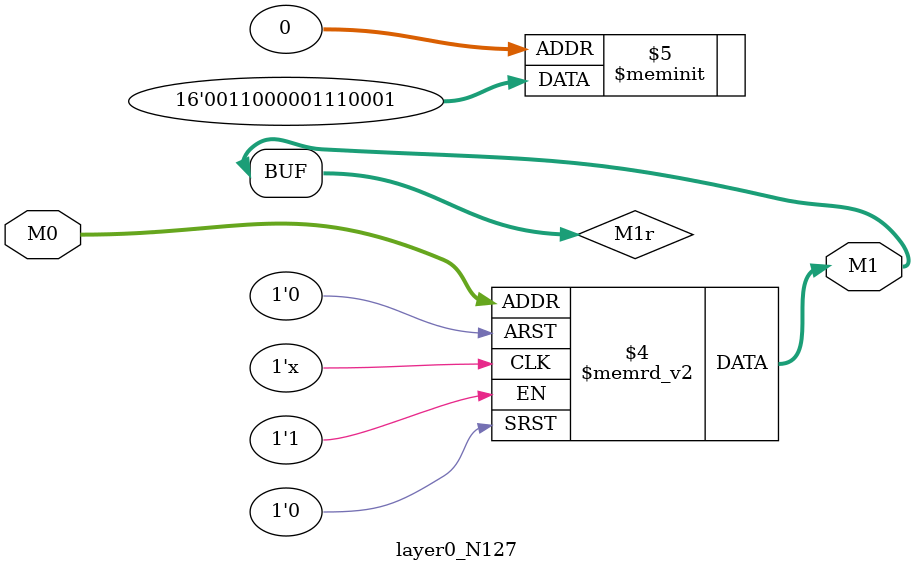
<source format=v>
module layer0_N127 ( input [2:0] M0, output [1:0] M1 );

	(*rom_style = "distributed" *) reg [1:0] M1r;
	assign M1 = M1r;
	always @ (M0) begin
		case (M0)
			3'b000: M1r = 2'b01;
			3'b100: M1r = 2'b00;
			3'b010: M1r = 2'b11;
			3'b110: M1r = 2'b11;
			3'b001: M1r = 2'b00;
			3'b101: M1r = 2'b00;
			3'b011: M1r = 2'b01;
			3'b111: M1r = 2'b00;

		endcase
	end
endmodule

</source>
